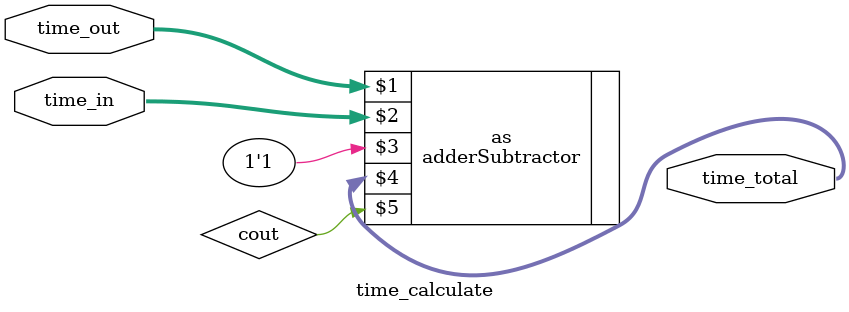
<source format=v>
`timescale 1ns / 1ps
module time_calculate(
	time_out,
	time_in,
	time_total);
 
	input [7:0] time_out;
	input [7:0] time_in;
	output [7:0] time_total;
	
	wire cout;
	
	adderSubtractor as(time_out, time_in , {1'b1} , time_total, cout);
   


endmodule

</source>
